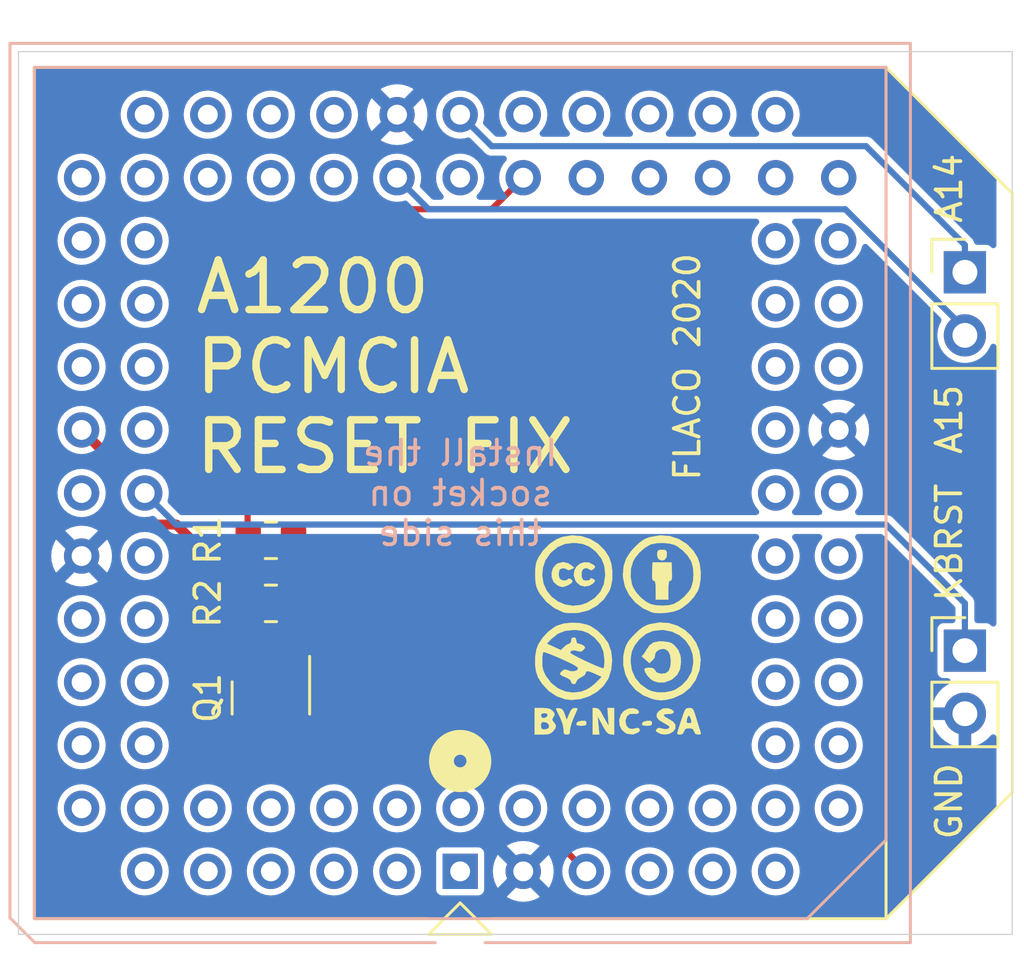
<source format=kicad_pcb>
(kicad_pcb (version 20211014) (generator pcbnew)
  (title_block (title "A1200PcmciaResetFix") (company "FLACO 2020, licence of this PCB is CC-BY-NC-SA"))
  (layers (0 "F.Cu" signal) (31 "B.Cu" signal) (34 "B.Paste" user) (35 "F.Paste" user) (36 "B.SilkS" user "B.Silkscreen") (37 "F.SilkS" user "F.Silkscreen") (38 "B.Mask" user) (39 "F.Mask" user) (44 "Edge.Cuts" user))
  (net 0 "")
  (net 1 "/A15")
  (net 2 "/A14")
  (net 3 "GND")
  (net 4 "/KB_RESET")
  (net 5 "+5V")
  (net 6 "/CC_RESET")
  (net 7 "Net-(Q1-Pad1)")
  (net 8 "/_RST")
  (footprint "Connector_PinHeader_2.54mm:PinHeader_1x02_P2.54mm_Vertical" (layer "F.Cu") (at 119.38 74.93)
    (fp_text reference "J1" hide)
    (fp_text value "ADDR")
    (fp_line (start 1.33 1.27) (end 1.33 3.87) (layer "F.SilkS") (width 0.12))
    (fp_line (start -1.33 3.87) (end 1.33 3.87) (layer "F.SilkS") (width 0.12))
    (fp_line (start -1.33 0) (end -1.33 -1.33) (layer "F.SilkS") (width 0.12))
    (fp_line (start -1.33 1.27) (end 1.33 1.27) (layer "F.SilkS") (width 0.12))
    (fp_line (start -1.33 1.27) (end -1.33 3.87) (layer "F.SilkS") (width 0.12))
    (fp_line (start -1.33 -1.33) (end 0 -1.33) (layer "F.SilkS") (width 0.12))
    (pad "1" thru_hole rect (at 0 0) (size 1.7 1.7) (drill 1) (layers *.Cu *.Mask) (net 2 "/A14"))
    (pad "2" thru_hole oval (at 0 2.54) (size 1.7 1.7) (drill 1) (layers *.Cu *.Mask) (net 1 "/A15"))
  )
  (footprint "Connector_PinHeader_2.54mm:PinHeader_1x02_P2.54mm_Vertical" (layer "F.Cu") (at 119.38 90.17)
    (fp_text reference "J2" hide)
    (fp_text value "RESET")
    (fp_line (start -1.33 3.87) (end 1.33 3.87) (layer "F.SilkS") (width 0.12))
    (fp_line (start -1.33 1.27) (end 1.33 1.27) (layer "F.SilkS") (width 0.12))
    (fp_line (start -1.33 -1.33) (end 0 -1.33) (layer "F.SilkS") (width 0.12))
    (fp_line (start -1.33 0) (end -1.33 -1.33) (layer "F.SilkS") (width 0.12))
    (fp_line (start 1.33 1.27) (end 1.33 3.87) (layer "F.SilkS") (width 0.12))
    (fp_line (start -1.33 1.27) (end -1.33 3.87) (layer "F.SilkS") (width 0.12))
    (pad "1" thru_hole rect (at 0 0) (size 1.7 1.7) (drill 1) (layers *.Cu *.Mask) (net 4 "/KB_RESET"))
    (pad "2" thru_hole oval (at 0 2.54) (size 1.7 1.7) (drill 1) (layers *.Cu *.Mask) (net 3 "GND"))
  )
  (footprint "Package_TO_SOT_SMD:SOT-23" (layer "F.Cu") (at 91.44 92.075 -90)
    (fp_text reference "Q1" (at 0 2.54 90) (layer "F.SilkS"))
    (fp_text value "BC807")
    (fp_line (start 0 -1.56) (end 0.65 -1.56) (layer "F.SilkS") (width 0.12))
    (fp_line (start 0 -1.56) (end -1.675 -1.56) (layer "F.SilkS") (width 0.12))
    (fp_line (start 0 1.56) (end 0.65 1.56) (layer "F.SilkS") (width 0.12))
    (fp_line (start 0 1.56) (end -0.65 1.56) (layer "F.SilkS") (width 0.12))
    (pad "1" smd roundrect (at -0.9375 -0.95 270) (size 1.475 0.6) (layers "F.Cu" "F.Paste" "F.Mask") (net 7 "Net-(Q1-Pad1)"))
    (pad "2" smd roundrect (at -0.9375 0.95 270) (size 1.475 0.6) (layers "F.Cu" "F.Paste" "F.Mask") (net 5 "+5V"))
    (pad "3" smd roundrect (at 0.9375 0 270) (size 1.475 0.6) (layers "F.Cu" "F.Paste" "F.Mask") (net 6 "/CC_RESET"))
  )
  (footprint "Resistor_SMD:R_0805_2012Metric" (layer "F.Cu") (at 91.44 88.265)
    (fp_text reference "R2" (at -2.54 0 90) (layer "F.SilkS"))
    (fp_text value "10K")
    (fp_line (start -0.227064 -0.735) (end 0.227064 -0.735) (layer "F.SilkS") (width 0.12))
    (fp_line (start -0.227064 0.735) (end 0.227064 0.735) (layer "F.SilkS") (width 0.12))
    (pad "1" smd roundrect (at -0.9125 0) (size 1.025 1.4) (layers "F.Cu" "F.Paste" "F.Mask") (roundrect_rratio 0.243902) (net 5 "+5V"))
    (pad "2" smd roundrect (at 0.9125 0) (size 1.025 1.4) (layers "F.Cu" "F.Paste" "F.Mask") (roundrect_rratio 0.243902) (net 7 "Net-(Q1-Pad1)"))
  )
  (footprint "Resistor_SMD:R_0805_2012Metric" (layer "F.Cu") (at 91.44 85.725 180)
    (fp_text reference "R1" (at 2.54 0 90) (layer "F.SilkS"))
    (fp_text value "10-22K")
    (fp_line (start -0.227064 -0.735) (end 0.227064 -0.735) (layer "F.SilkS") (width 0.12))
    (fp_line (start -0.227064 0.735) (end 0.227064 0.735) (layer "F.SilkS") (width 0.12))
    (pad "1" smd roundrect (at -0.9125 0 180) (size 1.025 1.4) (layers "F.Cu" "F.Paste" "F.Mask") (roundrect_rratio 0.243902) (net 7 "Net-(Q1-Pad1)"))
    (pad "2" smd roundrect (at 0.9125 0 180) (size 1.025 1.4) (layers "F.Cu" "F.Paste" "F.Mask") (roundrect_rratio 0.243902) (net 8 "/_RST"))
  )
  (footprint "Sassa:CC_BY_NC_SA_square_silkscreen" (layer "F.Cu") (at 105.41 89.535)
    (fp_text reference "FID1" hide)
    (fp_text value "Fiducial" hide)
    (fp_poly (pts (xy 1.814458 0.264088) (xy 2.017818 0.286741) (xy 2.15566 0.331057) (xy 2.26355 0.408483) (xy 2.263785 0.408703) (xy 2.430565 0.60884) (xy 2.51818 0.836381) (xy 2.54 1.077769) (xy 2.502732 1.373361) (xy 2.388511 1.605197) (xy 2.193707 1.779848) (xy 2.132958 1.814833) (xy 1.870768 1.911639) (xy 1.619905 1.912698) (xy 1.4361 1.855084) (xy 1.307258 1.767057) (xy 1.184416 1.633181) (xy 1.095363 1.488899) (xy 1.066989 1.3843) (xy 1.113728 1.339092) (xy 1.243361 1.320923) (xy 1.257953 1.3208) (xy 1.399058 1.336194) (xy 1.47666 1.3934) (xy 1.499253 1.4351) (xy 1.574616 1.523777) (xy 1.715331 1.562995) (xy 1.735318 1.564893) (xy 1.91949 1.547208) (xy 2.044464 1.45479) (xy 2.114365 1.282381) (xy 2.1336 1.057221) (xy 2.105873 0.809956) (xy 2.023423 0.645786) (xy 1.887349 0.566427) (xy 1.814703 0.5588) (xy 1.675765 0.588074) (xy 1.560044 0.66043) (xy 1.497133 0.752672) (xy 1.497019 0.807819) (xy 1.480204 0.910535) (xy 1.397472 1.015556) (xy 1.27 1.13531) (xy 1.1303 1.012155) (xy 1.032384 0.927237) (xy 0.971336 0.876869) (xy 0.966671 0.873537) (xy 0.977785 0.838105) (xy 0.997682 0.822737) (xy 1.056667 0.756238) (xy 1.12748 0.640987) (xy 1.134896 0.626785) (xy 1.268879 0.426604) (xy 1.433835 0.309048) (xy 1.651268 0.262642) (xy 1.814458 0.264088)) (layer "F.SilkS") (width 0.01) (fill solid))
    (fp_poly (pts (xy -1.168298 -2.912503) (xy -0.9906 -2.824712) (xy -0.921143 -2.762405) (xy -0.932624 -2.708495) (xy -0.977538 -2.659582) (xy -1.05767 -2.601654) (xy -1.121687 -2.625561) (xy -1.127398 -2.631078) (xy -1.225201 -2.680751) (xy -1.304593 -2.6924) (xy -1.40539 -2.648704) (xy -1.461461 -2.533023) (xy -1.463842 -2.368472) (xy -1.45234 -2.3114) (xy -1.404337 -2.216906) (xy -1.303975 -2.185347) (xy -1.269033 -2.1844) (xy -1.162447 -2.199202) (xy -1.117604 -2.234832) (xy -1.1176 -2.2352) (xy -1.085484 -2.282478) (xy -0.992101 -2.252245) (xy -0.9652 -2.236095) (xy -0.920551 -2.191023) (xy -0.946586 -2.132908) (xy -0.990777 -2.085708) (xy -1.151562 -1.984972) (xy -1.340429 -1.953097) (xy -1.514612 -1.997092) (xy -1.518409 -1.999225) (xy -1.638652 -2.099236) (xy -1.707109 -2.189992) (xy -1.773082 -2.393292) (xy -1.754621 -2.583038) (xy -1.668319 -2.744531) (xy -1.530769 -2.863072) (xy -1.358564 -2.923962) (xy -1.168298 -2.912503)) (layer "F.SilkS") (width 0.01) (fill solid))
    (fp_poly (pts (xy -2.005273 -2.885477) (xy -1.876369 -2.801599) (xy -1.758691 -2.706309) (xy -1.8754 -2.643849) (xy -1.9856 -2.608345) (xy -2.047614 -2.636894) (xy -2.14863 -2.686199) (xy -2.264929 -2.682165) (xy -2.348197 -2.628675) (xy -2.356765 -2.612046) (xy -2.386439 -2.454646) (xy -2.365038 -2.309365) (xy -2.326641 -2.245361) (xy -2.234678 -2.197411) (xy -2.122892 -2.187053) (xy -2.038324 -2.215408) (xy -2.022565 -2.238108) (xy -1.973198 -2.269707) (xy -1.897469 -2.24659) (xy -1.838514 -2.188154) (xy -1.8288 -2.150973) (xy -1.871756 -2.089468) (xy -1.976504 -2.019993) (xy -2.106865 -1.961488) (xy -2.226657 -1.932894) (xy -2.246269 -1.932434) (xy -2.335533 -1.956805) (xy -2.446985 -2.0081) (xy -2.586247 -2.135168) (xy -2.658898 -2.309644) (xy -2.666029 -2.503182) (xy -2.608733 -2.687437) (xy -2.488103 -2.834064) (xy -2.413364 -2.880258) (xy -2.20569 -2.932714) (xy -2.005273 -2.885477)) (layer "F.SilkS") (width 0.01) (fill solid))
    (fp_poly (pts (xy 2.947378 2.950558) (xy 3.001156 2.975414) (xy 3.045388 3.039537) (xy 3.092182 3.161496) (xy 3.153646 3.359862) (xy 3.163948 3.394244) (xy 3.227034 3.602457) (xy 3.282256 3.780154) (xy 3.321057 3.899991) (xy 3.330839 3.927644) (xy 3.333371 3.991444) (xy 3.259296 4.012659) (xy 3.232202 4.0132) (xy 3.121039 3.983809) (xy 3.06886 3.8862) (xy 3.026579 3.796638) (xy 2.9386 3.762464) (xy 2.86566 3.7592) (xy 2.741155 3.773879) (xy 2.680281 3.832738) (xy 2.66246 3.8862) (xy 2.604503 3.988087) (xy 2.509092 4.0132) (xy 2.416217 4.000525) (xy 2.3876 3.977707) (xy 2.402528 3.917374) (xy 2.442822 3.782675) (xy 2.50174 3.595638) (xy 2.527425 3.516411) (xy 2.761718 3.516411) (xy 2.804843 3.552347) (xy 2.864477 3.556) (xy 2.943171 3.548771) (xy 2.965128 3.507988) (xy 2.941269 3.405003) (xy 2.932737 3.376947) (xy 2.884669 3.261919) (xy 2.840127 3.24701) (xy 2.796777 3.332796) (xy 2.77419 3.4163) (xy 2.761718 3.516411) (xy 2.527425 3.516411) (xy 2.550802 3.444307) (xy 2.625246 3.22094) (xy 2.679823 3.076907) (xy 2.725752 2.994811) (xy 2.774254 2.95726) (xy 2.836546 2.946858) (xy 2.871946 2.9464) (xy 2.947378 2.950558)) (layer "F.SilkS") (width 0.01) (fill solid))
    (fp_poly (pts (xy 2.048225 -0.474839) (xy 2.389479 -0.3708) (xy 2.69358 -0.196911) (xy 2.950139 0.03701) (xy 3.14877 0.321147) (xy 3.279087 0.645683) (xy 3.330702 1.000801) (xy 3.29323 1.376684) (xy 3.277955 1.439298) (xy 3.129699 1.815578) (xy 2.904247 2.128403) (xy 2.608242 2.371128) (xy 2.248329 2.537105) (xy 2.152525 2.564952) (xy 1.914478 2.618237) (xy 1.724306 2.633871) (xy 1.535693 2.612293) (xy 1.369088 2.572411) (xy 1.009861 2.426468) (xy 0.707911 2.205614) (xy 0.470745 1.923515) (xy 0.305868 1.593833) (xy 0.220787 1.230234) (xy 0.221668 1.077868) (xy 0.509186 1.077868) (xy 0.558794 1.421066) (xy 0.697663 1.732263) (xy 0.914808 1.996002) (xy 1.199246 2.196826) (xy 1.352676 2.264942) (xy 1.595917 2.315433) (xy 1.878755 2.31473) (xy 2.154689 2.265575) (xy 2.309216 2.208511) (xy 2.57164 2.034899) (xy 2.795361 1.796545) (xy 2.952146 1.525048) (xy 2.975076 1.463335) (xy 3.040819 1.119691) (xy 3.014586 0.789592) (xy 2.906 0.486144) (xy 2.724683 0.222453) (xy 2.480259 0.011624) (xy 2.182351 -0.133236) (xy 1.840582 -0.199023) (xy 1.7526 -0.201589) (xy 1.416921 -0.163284) (xy 1.132316 -0.043788) (xy 0.878247 0.166014) (xy 0.845963 0.20087) (xy 0.662378 0.438387) (xy 0.556232 0.672789) (xy 0.512526 0.943132) (xy 0.509186 1.077868) (xy 0.221668 1.077868) (xy 0.223009 0.846381) (xy 0.277098 0.584598) (xy 0.337762 0.412766) (xy 0.42059 0.265115) (xy 0.546481 0.109844) (xy 0.681096 -0.030104) (xy 0.862805 -0.201796) (xy 1.013143 -0.314815) (xy 1.163908 -0.390059) (xy 1.295798 -0.434102) (xy 1.680202 -0.499212) (xy 2.048225 -0.474839)) (layer "F.SilkS") (width 0.01) (fill solid))
    (fp_poly (pts (xy 2.173925 -2.5527) (xy 2.178259 -2.358277) (xy 2.169408 -2.245305) (xy 2.143981 -2.194108) (xy 2.110425 -2.1844) (xy 2.069287 -2.166051) (xy 2.045129 -2.098393) (xy 2.034057 -1.962511) (xy 2.032 -1.8034) (xy 2.032 -1.4224) (xy 1.524 -1.4224) (xy 1.524 -1.8034) (xy 1.520222 -2.003254) (xy 1.506296 -2.120616) (xy 1.478325 -2.174403) (xy 1.445574 -2.1844) (xy 1.404848 -2.20105) (xy 1.383348 -2.264114) (xy 1.37768 -2.39327) (xy 1.382074 -2.5527) (xy 1.397 -2.921) (xy 2.159 -2.921) (xy 2.173925 -2.5527)) (layer "F.SilkS") (width 0.01) (fill solid))
    (fp_poly (pts (xy -0.792497 2.972212) (xy -0.708913 3.063776) (xy -0.658912 3.152516) (xy -0.56981 3.320331) (xy -0.480147 3.479109) (xy -0.461277 3.510708) (xy -0.368795 3.662782) (xy -0.394424 3.304591) (xy -0.420052 2.9464) (xy -0.1524 2.9464) (xy -0.1524 4.019948) (xy -0.2921 4.003874) (xy -0.373561 3.979546) (xy -0.448572 3.914855) (xy -0.533799 3.791085) (xy -0.623098 3.6322) (xy -0.814396 3.2766) (xy -0.781634 3.6449) (xy -0.748873 4.0132) (xy -1.016 4.0132) (xy -1.016 2.9464) (xy -0.890033 2.9464) (xy -0.792497 2.972212)) (layer "F.SilkS") (width 0.01) (fill solid))
    (fp_poly (pts (xy -1.472792 -3.977936) (xy -1.11288 -3.861166) (xy -0.790832 -3.663827) (xy -0.521757 -3.392487) (xy -0.351499 -3.119902) (xy -0.262936 -2.854258) (xy -0.222523 -2.540225) (xy -0.230481 -2.216037) (xy -0.287028 -1.919929) (xy -0.34374 -1.772928) (xy -0.561824 -1.439824) (xy -0.84741 -1.176467) (xy -1.187129 -0.991621) (xy -1.567612 -0.894055) (xy -1.7018 -0.882416) (xy -1.901295 -0.880083) (xy -2.076319 -0.889697) (xy -2.1844 -0.908086) (xy -2.561539 -1.084265) (xy -2.886929 -1.342212) (xy -3.145153 -1.668811) (xy -3.207105 -1.778) (xy -3.270181 -1.919594) (xy -3.30678 -2.066619) (xy -3.323205 -2.254064) (xy -3.32559 -2.407107) (xy -3.046885 -2.407107) (xy -2.9991 -2.075186) (xy -2.868605 -1.781544) (xy -2.669994 -1.535228) (xy -2.417861 -1.345289) (xy -2.126801 -1.220774) (xy -1.811408 -1.170731) (xy -1.486277 -1.20421) (xy -1.2446 -1.289676) (xy -0.93116 -1.484705) (xy -0.704667 -1.732229) (xy -0.564476 -2.033268) (xy -0.509941 -2.38884) (xy -0.509116 -2.449469) (xy -0.546454 -2.788591) (xy -0.662337 -3.075944) (xy -0.866483 -3.334491) (xy -0.895645 -3.36302) (xy -1.146297 -3.557039) (xy -1.417586 -3.668215) (xy -1.73877 -3.7079) (xy -1.78573 -3.7084) (xy -2.128038 -3.668634) (xy -2.422474 -3.544355) (xy -2.685386 -3.328095) (xy -2.733687 -3.275352) (xy -2.920801 -3.004363) (xy -3.021947 -2.704622) (xy -3.046885 -2.407107) (xy -3.32559 -2.407107) (xy -3.326078 -2.4384) (xy -3.321157 -2.671041) (xy -3.301685 -2.839168) (xy -3.260404 -2.979606) (xy -3.190053 -3.12918) (xy -3.189798 -3.129666) (xy -3.001113 -3.408456) (xy -2.754735 -3.654891) (xy -2.478219 -3.845217) (xy -2.245782 -3.943494) (xy -1.855462 -4.007568) (xy -1.472792 -3.977936)) (layer "F.SilkS") (width 0.01) (fill solid))
    (fp_poly (pts (xy 2.169477 3.012298) (xy 2.246133 3.081543) (xy 2.231811 3.140868) (xy 2.137085 3.177209) (xy 2.032 3.182122) (xy 1.889331 3.191346) (xy 1.841539 3.23099) (xy 1.888241 3.296152) (xy 2.029053 3.381926) (xy 2.048397 3.391498) (xy 2.220806 3.49718) (xy 2.307697 3.6093) (xy 2.318274 3.641504) (xy 2.308415 3.779552) (xy 2.221416 3.894444) (xy 2.081015 3.975084) (xy 1.910954 4.010377) (xy 1.734973 3.989228) (xy 1.651 3.953363) (xy 1.552731 3.894512) (xy 1.527944 3.854) (xy 1.561186 3.801037) (xy 1.569508 3.790975) (xy 1.63863 3.745872) (xy 1.744265 3.76253) (xy 1.772456 3.772657) (xy 1.912868 3.801068) (xy 2.026638 3.782599) (xy 2.081609 3.723641) (xy 2.0828 3.710974) (xy 2.040854 3.66152) (xy 1.93341 3.590721) (xy 1.845343 3.544279) (xy 1.653815 3.425259) (xy 1.56326 3.302412) (xy 1.573077 3.174288) (xy 1.649262 3.070519) (xy 1.817374 2.968353) (xy 2.012571 2.956328) (xy 2.169477 3.012298)) (layer "F.SilkS") (width 0.01) (fill solid))
    (fp_poly (pts (xy -1.517232 -0.471486) (xy -1.218659 -0.401811) (xy -1.088977 -0.346134) (xy -0.828802 -0.170685) (xy -0.588602 0.06069) (xy -0.404848 0.311885) (xy -0.381916 0.353829) (xy -0.270962 0.669413) (xy -0.233256 1.025012) (xy -0.268596 1.390443) (xy -0.376779 1.735526) (xy -0.391412 1.767365) (xy -0.580357 2.052811) (xy -0.842936 2.290277) (xy -1.158664 2.470059) (xy -1.50706 2.582449) (xy -1.867641 2.617743) (xy -2.126145 2.589382) (xy -2.468789 2.467843) (xy -2.781509 2.257075) (xy -3.050584 1.968149) (xy -3.212179 1.713087) (xy -3.293579 1.479632) (xy -3.332073 1.19087) (xy -3.33018 1.057098) (xy -3.047524 1.057098) (xy -3.03828 1.272333) (xy -3.002842 1.43719) (xy -2.928568 1.601982) (xy -2.895919 1.660508) (xy -2.68201 1.943092) (xy -2.415618 2.151884) (xy -2.113085 2.281613) (xy -1.790752 2.327009) (xy -1.464961 2.2828) (xy -1.240923 2.194339) (xy -1.085037 2.094261) (xy -0.917136 1.957793) (xy -0.846289 1.889739) (xy -0.651177 1.68807) (xy -0.944105 1.553963) (xy -1.11483 1.482036) (xy -1.217237 1.457111) (xy -1.270848 1.475135) (xy -1.278139 1.484628) (xy -1.316102 1.566756) (xy -1.320023 1.588321) (xy -1.36191 1.632953) (xy -1.46496 1.695292) (xy -1.4986 1.71203) (xy -1.624229 1.79562) (xy -1.676143 1.883172) (xy -1.6764 1.889008) (xy -1.716466 1.966752) (xy -1.778 1.9812) (xy -1.863603 1.944757) (xy -1.8796 1.886501) (xy -1.922076 1.804311) (xy -2.055191 1.726014) (xy -2.1082 1.7045) (xy -2.260412 1.639327) (xy -2.32403 1.584531) (xy -2.308155 1.522579) (xy -2.239426 1.451624) (xy -2.145049 1.393217) (xy -2.048077 1.414059) (xy -2.033879 1.421394) (xy -1.899363 1.463572) (xy -1.759795 1.464238) (xy -1.648897 1.428464) (xy -1.600391 1.361317) (xy -1.6002 1.356198) (xy -1.625816 1.306426) (xy -1.70948 1.242289) (xy -1.861421 1.157857) (xy -2.091865 1.047201) (xy -2.278666 0.962816) (xy -2.521604 0.857895) (xy -2.732423 0.772756) (xy -2.893546 0.714042) (xy -2.987397 0.6884) (xy -3.002566 0.689116) (xy -3.025531 0.750571) (xy -3.041705 0.884331) (xy -3.047524 1.057098) (xy -3.33018 1.057098) (xy -3.327724 0.883561) (xy -3.280593 0.594467) (xy -3.209975 0.396605) (xy -3.182281 0.353173) (xy -2.862379 0.353173) (xy -2.578328 0.483215) (xy -2.294277 0.613258) (xy -2.165448 0.484429) (xy -2.058186 0.397732) (xy -1.96639 0.356213) (xy -1.95811 0.3556) (xy -1.894448 0.311714) (xy -1.8796 0.2286) (xy -1.855788 0.129011) (xy -1.778 0.1016) (xy -1.69833 0.131365) (xy -1.6764 0.2286) (xy -1.650489 0.330418) (xy -1.58451 0.3556) (xy -1.470805 0.384735) (xy -1.394684 0.427211) (xy -1.328614 0.485307) (xy -1.33642 0.538162) (xy -1.387867 0.599507) (xy -1.472122 0.666881) (xy -1.568395 0.664371) (xy -1.621001 0.646586) (xy -1.756194 0.618751) (xy -1.865688 0.634635) (xy -1.920182 0.686735) (xy -1.918121 0.722639) (xy -1.866909 0.764328) (xy -1.742853 0.835712) (xy -1.566735 0.927028) (xy -1.359337 1.028515) (xy -1.141441 1.130409) (xy -0.933828 1.22295) (xy -0.75728 1.296376) (xy -0.632579 1.340924) (xy -0.5842 1.349232) (xy -0.558661 1.295855) (xy -0.541892 1.169283) (xy -0.53758 1.010993) (xy -0.580504 0.669125) (xy -0.704637 0.380541) (xy -0.917446 0.128637) (xy -0.945813 0.103135) (xy -1.178546 -0.067695) (xy -1.418031 -0.164483) (xy -1.701901 -0.20085) (xy -1.789069 -0.202085) (xy -2.13313 -0.163411) (xy -2.423759 -0.045046) (xy -2.67898 0.160472) (xy -2.68849 0.170383) (xy -2.862379 0.353173) (xy -3.182281 0.353173) (xy -3.030427 0.115026) (xy -2.793908 -0.137127) (xy -2.530908 -0.329137) (xy -2.446342 -0.372766) (xy -2.169118 -0.45771) (xy -1.846734 -0.490368) (xy -1.517232 -0.471486)) (layer "F.SilkS") (width 0.01) (fill solid))
    (fp_poly (pts (xy 1.899755 -3.418681) (xy 1.954165 -3.371307) (xy 1.97217 -3.286229) (xy 1.955677 -3.129242) (xy 1.876285 -3.025774) (xy 1.778 -2.9972) (xy 1.670406 -3.033838) (xy 1.628149 -3.070329) (xy 1.588355 -3.17292) (xy 1.583829 -3.286229) (xy 1.607781 -3.383047) (xy 1.671288 -3.422376) (xy 1.778 -3.429) (xy 1.899755 -3.418681)) (layer "F.SilkS") (width 0.01) (fill solid))
    (fp_poly (pts (xy 1.361281 3.491364) (xy 1.3716 3.552933) (xy 1.35589 3.620729) (xy 1.290822 3.651068) (xy 1.164675 3.6576) (xy 1.031941 3.649839) (xy 0.977171 3.619408) (xy 0.974597 3.5687) (xy 1.028725 3.499257) (xy 1.166039 3.465442) (xy 1.181522 3.464033) (xy 1.307305 3.461592) (xy 1.361281 3.491364)) (layer "F.SilkS") (width 0.01) (fill solid))
    (fp_poly (pts (xy 0.769092 3.003721) (xy 0.785451 3.014893) (xy 0.850444 3.094732) (xy 0.828994 3.156605) (xy 0.736257 3.182514) (xy 0.652151 3.173188) (xy 0.48683 3.179469) (xy 0.366559 3.268645) (xy 0.307917 3.426081) (xy 0.3048 3.4798) (xy 0.3409 3.653156) (xy 0.437548 3.762693) (xy 0.577268 3.793951) (xy 0.660997 3.774524) (xy 0.780672 3.744252) (xy 0.852294 3.772355) (xy 0.864073 3.785171) (xy 0.883653 3.850814) (xy 0.818187 3.922167) (xy 0.803918 3.932423) (xy 0.616392 4.005026) (xy 0.406033 3.98778) (xy 0.305801 3.947949) (xy 0.156837 3.820163) (xy 0.072045 3.636118) (xy 0.058235 3.423417) (xy 0.122215 3.209659) (xy 0.12319 3.207767) (xy 0.24614 3.061943) (xy 0.416387 2.973034) (xy 0.60151 2.950479) (xy 0.769092 3.003721)) (layer "F.SilkS") (width 0.01) (fill solid))
    (fp_poly (pts (xy -2.852819 2.955428) (xy -2.726752 2.987732) (xy -2.641601 3.048) (xy -2.558367 3.147731) (xy -2.551394 3.22922) (xy -2.608471 3.32542) (xy -2.648541 3.406813) (xy -2.614678 3.479397) (xy -2.583071 3.512929) (xy -2.501379 3.634713) (xy -2.512913 3.755883) (xy -2.613891 3.888509) (xy -2.703945 3.961324) (xy -2.81053 3.999185) (xy -2.96951 4.012451) (xy -3.045691 4.0132) (xy -3.3528 4.0132) (xy -3.3528 3.6576) (xy -3.0988 3.6576) (xy -3.086036 3.765686) (xy -3.027056 3.805493) (xy -2.951836 3.81) (xy -2.825796 3.782109) (xy -2.773159 3.727361) (xy -2.775665 3.617104) (xy -2.855949 3.534529) (xy -2.978021 3.5052) (xy -3.064666 3.522952) (xy -3.096223 3.596251) (xy -3.0988 3.6576) (xy -3.3528 3.6576) (xy -3.3528 3.2512) (xy -3.0988 3.2512) (xy -3.061684 3.330846) (xy -2.975592 3.352667) (xy -2.878409 3.311545) (xy -2.851461 3.284625) (xy -2.820418 3.20508) (xy -2.882726 3.159365) (xy -2.980267 3.1496) (xy -3.075442 3.177063) (xy -3.0988 3.2512) (xy -3.3528 3.2512) (xy -3.3528 2.9464) (xy -3.048001 2.9464) (xy -2.852819 2.955428)) (layer "F.SilkS") (width 0.01) (fill solid))
    (fp_poly (pts (xy -1.280319 3.491364) (xy -1.27 3.552933) (xy -1.28571 3.620729) (xy -1.350778 3.651068) (xy -1.476925 3.6576) (xy -1.609659 3.649839) (xy -1.664429 3.619408) (xy -1.667003 3.5687) (xy -1.612875 3.499257) (xy -1.475561 3.465442) (xy -1.460078 3.464033) (xy -1.334295 3.461592) (xy -1.280319 3.491364)) (layer "F.SilkS") (width 0.01) (fill solid))
    (fp_poly (pts (xy 2.083842 -3.979769) (xy 2.445522 -3.863417) (xy 2.768119 -3.663614) (xy 3.038491 -3.386061) (xy 3.209974 -3.108595) (xy 3.29197 -2.859012) (xy 3.330911 -2.556113) (xy 3.326512 -2.238744) (xy 3.278489 -1.945748) (xy 3.219724 -1.778) (xy 3.061574 -1.527209) (xy 2.837605 -1.286066) (xy 2.580941 -1.087303) (xy 2.44277 -1.010235) (xy 2.247907 -0.944467) (xy 2.002493 -0.898638) (xy 1.74492 -0.876411) (xy 1.513583 -0.881446) (xy 1.3716 -0.908086) (xy 1.006234 -1.075979) (xy 0.696814 -1.314006) (xy 0.453756 -1.608554) (xy 0.287475 -1.94601) (xy 0.20839 -2.31276) (xy 0.206606 -2.354804) (xy 0.509287 -2.354804) (xy 0.563147 -2.041311) (xy 0.615681 -1.903411) (xy 0.745407 -1.698581) (xy 0.927863 -1.499383) (xy 1.132175 -1.334753) (xy 1.327472 -1.233629) (xy 1.331725 -1.232244) (xy 1.554069 -1.187997) (xy 1.812542 -1.176189) (xy 2.062454 -1.196165) (xy 2.255527 -1.245755) (xy 2.476354 -1.373228) (xy 2.693081 -1.557276) (xy 2.87121 -1.765303) (xy 2.953224 -1.905) (xy 3.022356 -2.144119) (xy 3.046172 -2.428679) (xy 3.02475 -2.714294) (xy 2.958168 -2.956578) (xy 2.95134 -2.9718) (xy 2.80908 -3.195103) (xy 2.607867 -3.407606) (xy 2.383307 -3.574679) (xy 2.274931 -3.62972) (xy 2.069163 -3.683362) (xy 1.814969 -3.705194) (xy 1.557006 -3.694877) (xy 1.339931 -3.652073) (xy 1.299378 -3.637137) (xy 1.074362 -3.503896) (xy 0.855126 -3.307645) (xy 0.676865 -3.082623) (xy 0.614494 -2.970865) (xy 0.526388 -2.678451) (xy 0.509287 -2.354804) (xy 0.206606 -2.354804) (xy 0.2032 -2.435014) (xy 0.23489 -2.779096) (xy 0.337236 -3.078954) (xy 0.521145 -3.359678) (xy 0.681953 -3.536162) (xy 0.863626 -3.707736) (xy 1.014126 -3.820638) (xy 1.165373 -3.895829) (xy 1.295798 -3.939302) (xy 1.69622 -4.006965) (xy 2.083842 -3.979769)) (layer "F.SilkS") (width 0.01) (fill solid))
    (fp_poly (pts (xy -1.652201 2.954012) (xy -1.6256 2.967064) (xy -1.644889 3.020085) (xy -1.69578 3.140859) (xy -1.767815 3.304652) (xy -1.778 3.3274) (xy -1.854875 3.522527) (xy -1.909645 3.706951) (xy -1.9304 3.840135) (xy -1.940514 3.958316) (xy -1.985585 4.005827) (xy -2.0574 4.0132) (xy -2.139013 4.002214) (xy -2.175434 3.950267) (xy -2.184341 3.828876) (xy -2.1844 3.808551) (xy -2.215824 3.610816) (xy -2.302665 3.373356) (xy -2.3368 3.302) (xy -2.414219 3.144415) (xy -2.46908 3.024695) (xy -2.4892 2.969874) (xy -2.445892 2.95292) (xy -2.353418 2.955725) (xy -2.260475 2.985344) (xy -2.194954 3.064833) (xy -2.14052 3.2004) (xy -2.063404 3.429) (xy -1.962101 3.1877) (xy -1.887859 3.03679) (xy -1.817534 2.963528) (xy -1.743199 2.9464) (xy -1.652201 2.954012)) (layer "F.SilkS") (width 0.01) (fill solid))
  )
  (footprint "Package_LCC:PLCC-84_THT-Socket" (layer "B.Cu") (at 99.06 99.06)
    (fp_text reference "U1" hide)
    (fp_text value "ACT1225PL84")
    (fp_line (start -18.125 1.87) (end -18.125 -33.35) (layer "B.SilkS") (width 0.12))
    (fp_line (start 18.125 2.87) (end 1 2.87) (layer "B.SilkS") (width 0.12))
    (fp_line (start 18.125 -33.35) (end 18.125 2.87) (layer "B.SilkS") (width 0.12))
    (fp_line (start -1 2.87) (end -17.125 2.87) (layer "B.SilkS") (width 0.12))
    (fp_line (start -17.125 2.87) (end -18.125 1.87) (layer "B.SilkS") (width 0.12))
    (fp_line (start -18.125 -33.35) (end 18.125 -33.35) (layer "B.SilkS") (width 0.12))
    (pad "1" thru_hole rect (at 0 0) (size 1.4224 1.4224) (drill 0.8) (layers *.Cu *.Mask))
    (pad "2" thru_hole circle (at 0 -2.54) (size 1.4224 1.4224) (drill 0.8) (layers *.Cu *.Mask))
    (pad "3" thru_hole circle (at -2.54 0) (size 1.4224 1.4224) (drill 0.8) (layers *.Cu *.Mask))
    (pad "4" thru_hole circle (at -2.54 -2.54) (size 1.4224 1.4224) (drill 0.8) (layers *.Cu *.Mask))
    (pad "5" thru_hole circle (at -5.08 0) (size 1.4224 1.4224) (drill 0.8) (layers *.Cu *.Mask))
    (pad "6" thru_hole circle (at -5.08 -2.54) (size 1.4224 1.4224) (drill 0.8) (layers *.Cu *.Mask))
    (pad "7" thru_hole circle (at -7.62 0) (size 1.4224 1.4224) (drill 0.8) (layers *.Cu *.Mask))
    (pad "8" thru_hole circle (at -7.62 -2.54) (size 1.4224 1.4224) (drill 0.8) (layers *.Cu *.Mask))
    (pad "9" thru_hole circle (at -10.16 0) (size 1.4224 1.4224) (drill 0.8) (layers *.Cu *.Mask))
    (pad "10" thru_hole circle (at -10.16 -2.54) (size 1.4224 1.4224) (drill 0.8) (layers *.Cu *.Mask))
    (pad "11" thru_hole circle (at -12.7 0) (size 1.4224 1.4224) (drill 0.8) (layers *.Cu *.Mask))
    (pad "12" thru_hole circle (at -15.24 -2.54) (size 1.4224 1.4224) (drill 0.8) (layers *.Cu *.Mask))
    (pad "13" thru_hole circle (at -12.7 -2.54) (size 1.4224 1.4224) (drill 0.8) (layers *.Cu *.Mask))
    (pad "14" thru_hole circle (at -15.24 -5.08) (size 1.4224 1.4224) (drill 0.8) (layers *.Cu *.Mask))
    (pad "15" thru_hole circle (at -12.7 -5.08) (size 1.4224 1.4224) (drill 0.8) (layers *.Cu *.Mask))
    (pad "16" thru_hole circle (at -15.24 -7.62) (size 1.4224 1.4224) (drill 0.8) (layers *.Cu *.Mask))
    (pad "17" thru_hole circle (at -12.7 -7.62) (size 1.4224 1.4224) (drill 0.8) (layers *.Cu *.Mask))
    (pad "18" thru_hole circle (at -15.24 -10.16) (size 1.4224 1.4224) (drill 0.8) (layers *.Cu *.Mask))
    (pad "19" thru_hole circle (at -12.7 -10.16) (size 1.4224 1.4224) (drill 0.8) (layers *.Cu *.Mask))
    (pad "20" thru_hole circle (at -15.24 -12.7) (size 1.4224 1.4224) (drill 0.8) (layers *.Cu *.Mask) (net 3 "GND"))
    (pad "21" thru_hole circle (at -12.7 -12.7) (size 1.4224 1.4224) (drill 0.8) (layers *.Cu *.Mask))
    (pad "22" thru_hole circle (at -15.24 -15.24) (size 1.4224 1.4224) (drill 0.8) (layers *.Cu *.Mask))
    (pad "23" thru_hole circle (at -12.7 -15.24) (size 1.4224 1.4224) (drill 0.8) (layers *.Cu *.Mask) (net 4 "/KB_RESET"))
    (pad "24" thru_hole circle (at -15.24 -17.78) (size 1.4224 1.4224) (drill 0.8) (layers *.Cu *.Mask) (net 5 "+5V"))
    (pad "25" thru_hole circle (at -12.7 -17.78) (size 1.4224 1.4224) (drill 0.8) (layers *.Cu *.Mask))
    (pad "26" thru_hole circle (at -15.24 -20.32) (size 1.4224 1.4224) (drill 0.8) (layers *.Cu *.Mask))
    (pad "27" thru_hole circle (at -12.7 -20.32) (size 1.4224 1.4224) (drill 0.8) (layers *.Cu *.Mask))
    (pad "28" thru_hole circle (at -15.24 -22.86) (size 1.4224 1.4224) (drill 0.8) (layers *.Cu *.Mask))
    (pad "29" thru_hole circle (at -12.7 -22.86) (size 1.4224 1.4224) (drill 0.8) (layers *.Cu *.Mask))
    (pad "30" thru_hole circle (at -15.24 -25.4) (size 1.4224 1.4224) (drill 0.8) (layers *.Cu *.Mask))
    (pad "31" thru_hole circle (at -12.7 -25.4) (size 1.4224 1.4224) (drill 0.8) (layers *.Cu *.Mask))
    (pad "32" thru_hole circle (at -15.24 -27.94) (size 1.4224 1.4224) (drill 0.8) (layers *.Cu *.Mask))
    (pad "33" thru_hole circle (at -12.7 -30.48) (size 1.4224 1.4224) (drill 0.8) (layers *.Cu *.Mask))
    (pad "34" thru_hole circle (at -12.7 -27.94) (size 1.4224 1.4224) (drill 0.8) (layers *.Cu *.Mask))
    (pad "35" thru_hole circle (at -10.16 -30.48) (size 1.4224 1.4224) (drill 0.8) (layers *.Cu *.Mask))
    (pad "36" thru_hole circle (at -10.16 -27.94) (size 1.4224 1.4224) (drill 0.8) (layers *.Cu *.Mask))
    (pad "37" thru_hole circle (at -7.62 -30.48) (size 1.4224 1.4224) (drill 0.8) (layers *.Cu *.Mask))
    (pad "38" thru_hole circle (at -7.62 -27.94) (size 1.4224 1.4224) (drill 0.8) (layers *.Cu *.Mask))
    (pad "39" thru_hole circle (at -5.08 -30.48) (size 1.4224 1.4224) (drill 0.8) (layers *.Cu *.Mask))
    (pad "40" thru_hole circle (at -5.08 -27.94) (size 1.4224 1.4224) (drill 0.8) (layers *.Cu *.Mask))
    (pad "41" thru_hole circle (at -2.54 -30.48) (size 1.4224 1.4224) (drill 0.8) (layers *.Cu *.Mask) (net 3 "GND"))
    (pad "42" thru_hole circle (at -2.54 -27.94) (size 1.4224 1.4224) (drill 0.8) (layers *.Cu *.Mask) (net 1 "/A15"))
    (pad "43" thru_hole circle (at 0 -30.48) (size 1.4224 1.4224) (drill 0.8) (layers *.Cu *.Mask) (net 2 "/A14"))
    (pad "44" thru_hole circle (at 0 -27.94) (size 1.4224 1.4224) (drill 0.8) (layers *.Cu *.Mask))
    (pad "45" thru_hole circle (at 2.54 -30.48) (size 1.4224 1.4224) (drill 0.8) (layers *.Cu *.Mask))
    (pad "46" thru_hole circle (at 2.54 -27.94) (size 1.4224 1.4224) (drill 0.8) (layers *.Cu *.Mask) (net 8 "/_RST"))
    (pad "47" thru_hole circle (at 5.08 -30.48) (size 1.4224 1.4224) (drill 0.8) (layers *.Cu *.Mask))
    (pad "48" thru_hole circle (at 5.08 -27.94) (size 1.4224 1.4224) (drill 0.8) (layers *.Cu *.Mask))
    (pad "49" thru_hole circle (at 7.62 -30.48) (size 1.4224 1.4224) (drill 0.8) (layers *.Cu *.Mask))
    (pad "50" thru_hole circle (at 7.62 -27.94) (size 1.4224 1.4224) (drill 0.8) (layers *.Cu *.Mask))
    (pad "51" thru_hole circle (at 10.16 -30.48) (size 1.4224 1.4224) (drill 0.8) (layers *.Cu *.Mask))
    (pad "52" thru_hole circle (at 10.16 -27.94) (size 1.4224 1.4224) (drill 0.8) (layers *.Cu *.Mask))
    (pad "53" thru_hole circle (at 12.7 -30.48) (size 1.4224 1.4224) (drill 0.8) (layers *.Cu *.Mask))
    (pad "54" thru_hole circle (at 15.24 -27.94) (size 1.4224 1.4224) (drill 0.8) (layers *.Cu *.Mask))
    (pad "55" thru_hole circle (at 12.7 -27.94) (size 1.4224 1.4224) (drill 0.8) (layers *.Cu *.Mask))
    (pad "56" thru_hole circle (at 15.24 -25.4) (size 1.4224 1.4224) (drill 0.8) (layers *.Cu *.Mask))
    (pad "57" thru_hole circle (at 12.7 -25.4) (size 1.4224 1.4224) (drill 0.8) (layers *.Cu *.Mask))
    (pad "58" thru_hole circle (at 15.24 -22.86) (size 1.4224 1.4224) (drill 0.8) (layers *.Cu *.Mask))
    (pad "59" thru_hole circle (at 12.7 -22.86) (size 1.4224 1.4224) (drill 0.8) (layers *.Cu *.Mask))
    (pad "60" thru_hole circle (at 15.24 -20.32) (size 1.4224 1.4224) (drill 0.8) (layers *.Cu *.Mask))
    (pad "61" thru_hole circle (at 12.7 -20.32) (size 1.4224 1.4224) (drill 0.8) (layers *.Cu *.Mask))
    (pad "62" thru_hole circle (at 15.24 -17.78) (size 1.4224 1.4224) (drill 0.8) (layers *.Cu *.Mask) (net 3 "GND"))
    (pad "63" thru_hole circle (at 12.7 -17.78) (size 1.4224 1.4224) (drill 0.8) (layers *.Cu *.Mask))
    (pad "64" thru_hole circle (at 15.24 -15.24) (size 1.4224 1.4224) (drill 0.8) (layers *.Cu *.Mask))
    (pad "65" thru_hole circle (at 12.7 -15.24) (size 1.4224 1.4224) (drill 0.8) (layers *.Cu *.Mask))
    (pad "66" thru_hole circle (at 15.24 -12.7) (size 1.4224 1.4224) (drill 0.8) (layers *.Cu *.Mask) (net 5 "+5V"))
    (pad "67" thru_hole circle (at 12.7 -12.7) (size 1.4224 1.4224) (drill 0.8) (layers *.Cu *.Mask))
    (pad "68" thru_hole circle (at 15.24 -10.16) (size 1.4224 1.4224) (drill 0.8) (layers *.Cu *.Mask))
    (pad "69" thru_hole circle (at 12.7 -10.16) (size 1.4224 1.4224) (drill 0.8) (layers *.Cu *.Mask))
    (pad "70" thru_hole circle (at 15.24 -7.62) (size 1.4224 1.4224) (drill 0.8) (layers *.Cu *.Mask))
    (pad "71" thru_hole circle (at 12.7 -7.62) (size 1.4224 1.4224) (drill 0.8) (layers *.Cu *.Mask))
    (pad "72" thru_hole circle (at 15.24 -5.08) (size 1.4224 1.4224) (drill 0.8) (layers *.Cu *.Mask))
    (pad "73" thru_hole circle (at 12.7 -5.08) (size 1.4224 1.4224) (drill 0.8) (layers *.Cu *.Mask))
    (pad "74" thru_hole circle (at 15.24 -2.54) (size 1.4224 1.4224) (drill 0.8) (layers *.Cu *.Mask))
    (pad "75" thru_hole circle (at 12.7 0) (size 1.4224 1.4224) (drill 0.8) (layers *.Cu *.Mask))
    (pad "76" thru_hole circle (at 12.7 -2.54) (size 1.4224 1.4224) (drill 0.8) (layers *.Cu *.Mask))
    (pad "77" thru_hole circle (at 10.16 0) (size 1.4224 1.4224) (drill 0.8) (layers *.Cu *.Mask))
    (pad "78" thru_hole circle (at 10.16 -2.54) (size 1.4224 1.4224) (drill 0.8) (layers *.Cu *.Mask))
    (pad "79" thru_hole circle (at 7.62 0) (size 1.4224 1.4224) (drill 0.8) (layers *.Cu *.Mask))
    (pad "80" thru_hole circle (at 7.62 -2.54) (size 1.4224 1.4224) (drill 0.8) (layers *.Cu *.Mask))
    (pad "81" thru_hole circle (at 5.08 0) (size 1.4224 1.4224) (drill 0.8) (layers *.Cu *.Mask) (net 6 "/CC_RESET"))
    (pad "82" thru_hole circle (at 5.08 -2.54) (size 1.4224 1.4224) (drill 0.8) (layers *.Cu *.Mask))
    (pad "83" thru_hole circle (at 2.54 0) (size 1.4224 1.4224) (drill 0.8) (layers *.Cu *.Mask) (net 3 "GND"))
    (pad "84" thru_hole circle (at 2.54 -2.54) (size 1.4224 1.4224) (drill 0.8) (layers *.Cu *.Mask))
  )
  (gr_line (start 81.915 100.965) (end 113.03 100.965) (layer "B.SilkS") (width 0.12))
  (gr_line (start 116.205 97.79) (end 116.205 66.675) (layer "B.SilkS") (width 0.12))
  (gr_line (start 116.205 66.675) (end 81.915 66.675) (layer "B.SilkS") (width 0.12))
  (gr_line (start 113.03 100.965) (end 116.205 97.79) (layer "B.SilkS") (width 0.12))
  (gr_line (start 81.915 66.675) (end 81.915 100.965) (layer "B.SilkS") (width 0.12))
  (gr_line (start 97.79 101.6) (end 100.33 101.6) (layer "F.SilkS") (width 0.12))
  (gr_line (start 121.285 71.755) (end 121.285 95.885) (layer "F.SilkS") (width 0.12))
  (gr_line (start 116.205 100.965) (end 116.205 66.675) (layer "F.SilkS") (width 0.12))
  (gr_line (start 100.33 100.965) (end 116.205 100.965) (layer "F.SilkS") (width 0.12))
  (gr_line (start 81.915 100.965) (end 97.79 100.965) (layer "F.SilkS") (width 0.12))
  (gr_line (start 81.915 66.675) (end 116.205 66.675) (layer "F.SilkS") (width 0.12))
  (gr_line (start 81.915 100.965) (end 81.915 66.675) (layer "F.SilkS") (width 0.12))
  (gr_line (start 99.06 100.33) (end 97.79 101.6) (layer "F.SilkS") (width 0.12))
  (gr_circle (center 99.06 94.615) (end 99.314 94.615) (layer "F.SilkS") (width 1) (fill none))
  (gr_line (start 116.205 100.965) (end 121.285 95.885) (layer "F.SilkS") (width 0.12))
  (gr_line (start 99.06 100.33) (end 100.33 101.6) (layer "F.SilkS") (width 0.12))
  (gr_line (start 116.205 66.675) (end 121.285 71.755) (layer "F.SilkS") (width 0.12))
  (gr_line (start 81.28 101.6) (end 81.28 66.04) (layer "Edge.Cuts") (width 0.05))
  (gr_line (start 121.285 66.04) (end 121.285 101.6) (layer "Edge.Cuts") (width 0.05))
  (gr_line (start 81.28 66.04) (end 121.285 66.04) (layer "Edge.Cuts") (width 0.05))
  (gr_line (start 121.285 101.6) (end 81.28 101.6) (layer "Edge.Cuts") (width 0.05))
  (gr_text "Install the\nsocket on\nthis side" (at 99.06 83.82) (layer "B.SilkS") (effects (font (size 1 1)) (justify mirror)))
  (gr_text "FLACO 2020" (at 108.204 78.74 90) (layer "F.SilkS") (effects (font (size 1 1))))
  (gr_text "A14" (at 118.745 73.025 90) (layer "F.SilkS") (effects (font (size 1 1)) (justify left)))
  (gr_text "KBRST" (at 118.745 88.265 90) (layer "F.SilkS") (effects (font (size 1 1)) (justify left)))
  (gr_text "A1200\nPCMCIA\nRESET FIX" (at 88.265 78.74) (layer "F.SilkS") (effects (font (size 2 2) (thickness 0.3)) (justify left)))
  (gr_text "GND" (at 118.745 94.615 90) (layer "F.SilkS") (effects (font (size 1 1)) (justify right)))
  (gr_text "A15" (at 118.745 79.375 90) (layer "F.SilkS") (effects (font (size 1 1)) (justify right)))
  (segment (start 119.38 77.206422) (end 119.38 77.47) (width 0.25) (layer "B.Cu") (net 1))
  (segment (start 97.79 72.39) (end 114.563578 72.39) (width 0.25) (layer "B.Cu") (net 1))
  (segment (start 114.563578 72.39) (end 119.38 77.206422) (width 0.25) (layer "B.Cu") (net 1))
  (segment (start 96.52 71.12) (end 97.79 72.39) (width 0.25) (layer "B.Cu") (net 1))
  (segment (start 99.06 68.58) (end 100.33 69.85) (width 0.25) (layer "B.Cu") (net 2))
  (segment (start 119.38 73.83) (end 119.38 74.93) (width 0.25) (layer "B.Cu") (net 2))
  (segment (start 100.33 69.85) (end 115.4 69.85) (width 0.25) (layer "B.Cu") (net 2))
  (segment (start 115.4 69.85) (end 119.38 73.83) (width 0.25) (layer "B.Cu") (net 2))
  (segment (start 87.63 85.09) (end 116.205 85.09) (width 0.25) (layer "B.Cu") (net 4))
  (segment (start 116.205 85.09) (end 119.38 88.265) (width 0.25) (layer "B.Cu") (net 4))
  (segment (start 119.38 88.265) (end 119.38 90.17) (width 0.25) (layer "B.Cu") (net 4))
  (segment (start 86.36 83.82) (end 87.63 85.09) (width 0.25) (layer "B.Cu") (net 4))
  (segment (start 90.5025 88.265) (end 90.5025 91.0625) (width 0.4) (layer "F.Cu") (net 5))
  (segment (start 89.535 88.265) (end 90.5025 88.265) (width 0.4) (layer "F.Cu") (net 5))
  (segment (start 85.09 82.55) (end 85.09 84.455) (width 0.4) (layer "F.Cu") (net 5))
  (segment (start 85.725 85.09) (end 87.63 85.09) (width 0.4) (layer "F.Cu") (net 5))
  (segment (start 83.82 81.28) (end 85.09 82.55) (width 0.4) (layer "F.Cu") (net 5))
  (segment (start 88.95684 86.41684) (end 88.95684 87.68684) (width 0.4) (layer "F.Cu") (net 5))
  (segment (start 88.95684 87.68684) (end 89.535 88.265) (width 0.4) (layer "F.Cu") (net 5))
  (segment (start 85.09 84.455) (end 85.725 85.09) (width 0.4) (layer "F.Cu") (net 5))
  (segment (start 87.63 85.09) (end 88.95684 86.41684) (width 0.4) (layer "F.Cu") (net 5))
  (segment (start 102.87 97.79) (end 104.14 99.06) (width 0.25) (layer "F.Cu") (net 6))
  (segment (start 102.87 95.885) (end 102.87 97.79) (width 0.25) (layer "F.Cu") (net 6))
  (segment (start 102.235 95.25) (end 102.87 95.885) (width 0.25) (layer "F.Cu") (net 6))
  (segment (start 91.44 93.075) (end 91.44 94.028088) (width 0.25) (layer "F.Cu") (net 6))
  (segment (start 92.661912 95.25) (end 102.235 95.25) (width 0.25) (layer "F.Cu") (net 6))
  (segment (start 91.44 94.028088) (end 92.661912 95.25) (width 0.25) (layer "F.Cu") (net 6))
  (segment (start 92.3775 85.725) (end 92.3775 88.265) (width 0.25) (layer "F.Cu") (net 7))
  (segment (start 92.3775 88.265) (end 92.3775 91.0625) (width 0.25) (layer "F.Cu") (net 7))
  (segment (start 101.6 71.12) (end 100.33 72.39) (width 0.25) (layer "F.Cu") (net 8))
  (segment (start 90.5025 73.9625) (end 90.5025 85.725) (width 0.25) (layer "F.Cu") (net 8))
  (segment (start 92.075 72.39) (end 90.5025 73.9625) (width 0.25) (layer "F.Cu") (net 8))
  (segment (start 100.33 72.39) (end 92.075 72.39) (width 0.25) (layer "F.Cu") (net 8))
  (zone (net 3) (net_name "GND") (layer "B.Cu") (connect_pads (clearance 0.254)) (min_thickness 0.254) (fill yes (thermal_gap 0.508) (thermal_bridge_width 0.508))
    (polygon (pts (xy 120.65 96.52) (xy 116.205 100.965) (xy 81.915 100.965) (xy 81.915 66.675) (xy 116.205 66.675) (xy 120.65 71.12)))
  )
)
</source>
